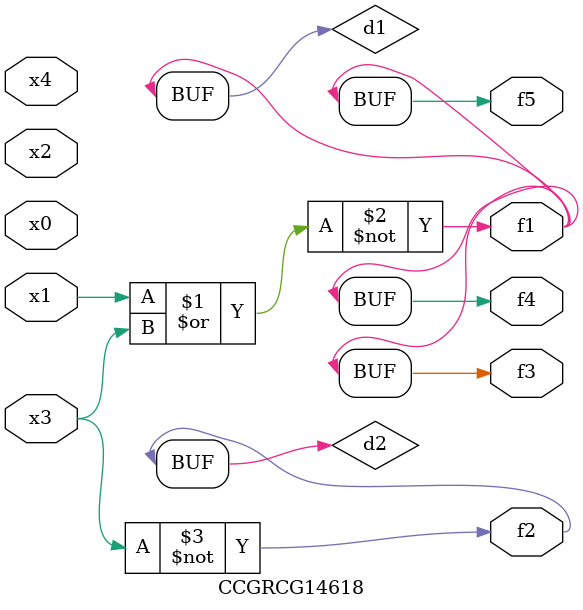
<source format=v>
module CCGRCG14618(
	input x0, x1, x2, x3, x4,
	output f1, f2, f3, f4, f5
);

	wire d1, d2;

	nor (d1, x1, x3);
	not (d2, x3);
	assign f1 = d1;
	assign f2 = d2;
	assign f3 = d1;
	assign f4 = d1;
	assign f5 = d1;
endmodule

</source>
